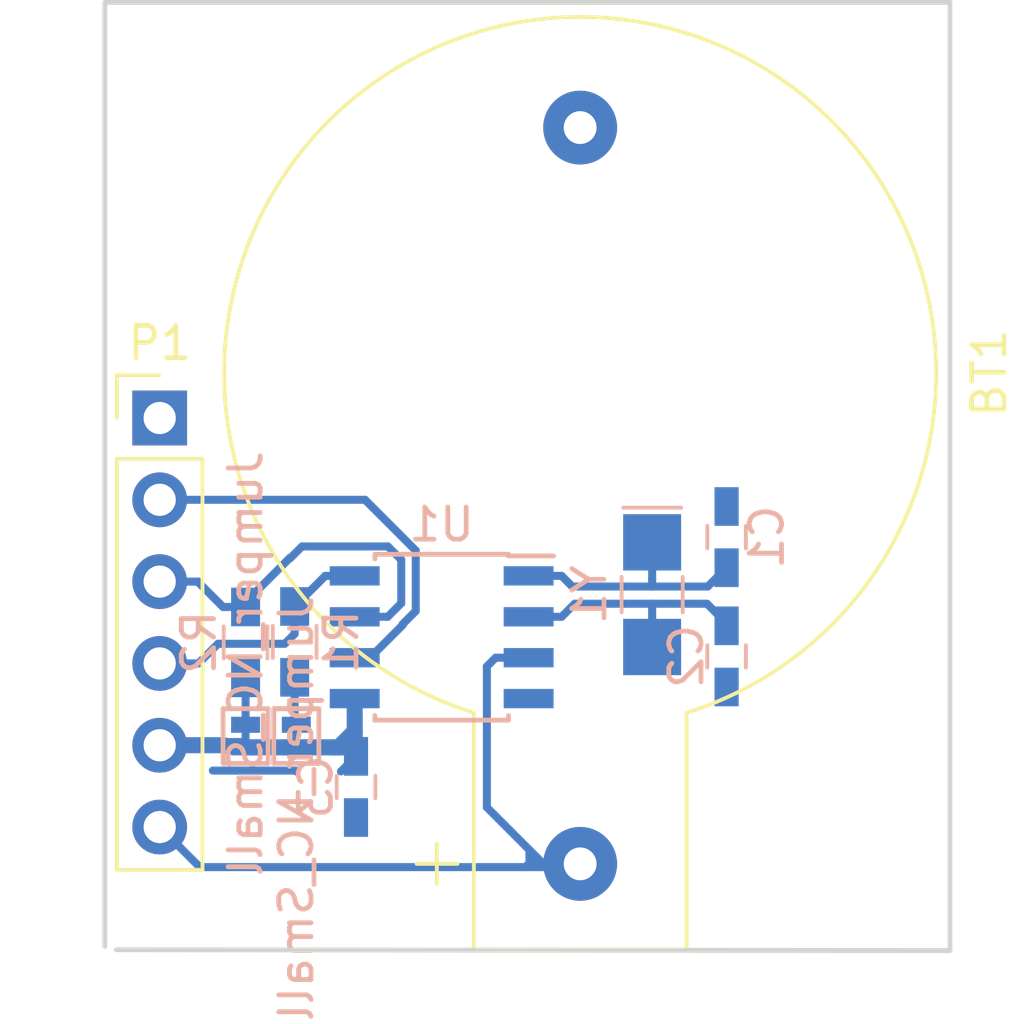
<source format=kicad_pcb>
(kicad_pcb (version 4) (host pcbnew 4.0.4-stable)

  (general
    (links 24)
    (no_connects 8)
    (area 0 0 0 0)
    (thickness 1.6)
    (drawings 4)
    (tracks 83)
    (zones 0)
    (modules 11)
    (nets 9)
  )

  (page A4)
  (layers
    (0 F.Cu signal)
    (31 B.Cu signal)
    (32 B.Adhes user)
    (33 F.Adhes user)
    (34 B.Paste user)
    (35 F.Paste user)
    (36 B.SilkS user)
    (37 F.SilkS user)
    (38 B.Mask user)
    (39 F.Mask user)
    (40 Dwgs.User user)
    (41 Cmts.User user)
    (42 Eco1.User user)
    (43 Eco2.User user)
    (44 Edge.Cuts user)
    (45 Margin user)
    (46 B.CrtYd user)
    (47 F.CrtYd user)
    (48 B.Fab user)
    (49 F.Fab user)
  )

  (setup
    (last_trace_width 0.25)
    (user_trace_width 0.5)
    (trace_clearance 0.2)
    (zone_clearance 0.508)
    (zone_45_only no)
    (trace_min 0.2)
    (segment_width 0.2)
    (edge_width 0.15)
    (via_size 0.6)
    (via_drill 0.4)
    (via_min_size 0.4)
    (via_min_drill 0.3)
    (uvia_size 0.3)
    (uvia_drill 0.1)
    (uvias_allowed no)
    (uvia_min_size 0.2)
    (uvia_min_drill 0.1)
    (pcb_text_width 0.3)
    (pcb_text_size 1.5 1.5)
    (mod_edge_width 0.15)
    (mod_text_size 1 1)
    (mod_text_width 0.15)
    (pad_size 1.524 1.524)
    (pad_drill 0.762)
    (pad_to_mask_clearance 0.2)
    (aux_axis_origin 0 0)
    (visible_elements 7FFFFFFF)
    (pcbplotparams
      (layerselection 0x00030_80000001)
      (usegerberextensions false)
      (excludeedgelayer true)
      (linewidth 0.200000)
      (plotframeref false)
      (viasonmask false)
      (mode 1)
      (useauxorigin false)
      (hpglpennumber 1)
      (hpglpenspeed 20)
      (hpglpendiameter 15)
      (hpglpenoverlay 2)
      (psnegative false)
      (psa4output false)
      (plotreference true)
      (plotvalue true)
      (plotinvisibletext false)
      (padsonsilk false)
      (subtractmaskfromsilk false)
      (outputformat 1)
      (mirror false)
      (drillshape 1)
      (scaleselection 1)
      (outputdirectory ""))
  )

  (net 0 "")
  (net 1 GND)
  (net 2 VBAT)
  (net 3 "Net-(C1-Pad1)")
  (net 4 "Net-(C2-Pad1)")
  (net 5 VCC)
  (net 6 SDA)
  (net 7 SCL)
  (net 8 IRQ)

  (net_class Default "This is the default net class."
    (clearance 0.2)
    (trace_width 0.25)
    (via_dia 0.6)
    (via_drill 0.4)
    (uvia_dia 0.3)
    (uvia_drill 0.1)
    (add_net GND)
    (add_net IRQ)
    (add_net "Net-(C1-Pad1)")
    (add_net "Net-(C2-Pad1)")
    (add_net SCL)
    (add_net SDA)
    (add_net VBAT)
    (add_net VCC)
  )

  (module Connect:CR2032H (layer F.Cu) (tedit 587FDB2C) (tstamp 58FAE738)
    (at 162.3314 118.872 270)
    (path /58FAE4B5)
    (fp_text reference BT1 (at -15.24 -12.7 270) (layer F.SilkS)
      (effects (font (size 1 1) (thickness 0.15)))
    )
    (fp_text value Battery (at -15.24 12.7 270) (layer F.Fab)
      (effects (font (size 1 1) (thickness 0.15)))
    )
    (fp_line (start -4.49 -3.8) (end 3.06 -3.8) (layer F.CrtYd) (width 0.05))
    (fp_line (start 3.06 -3.8) (end 3.06 3.65) (layer F.CrtYd) (width 0.05))
    (fp_line (start 3.06 3.65) (end -4.44 3.65) (layer F.CrtYd) (width 0.05))
    (fp_line (start -4.69 -3.3) (end 2.66 -3.3) (layer F.SilkS) (width 0.12))
    (fp_line (start 2.66 -3.3) (end 2.66 3.3) (layer F.SilkS) (width 0.12))
    (fp_line (start 2.66 3.3) (end -4.69 3.3) (layer F.SilkS) (width 0.12))
    (fp_line (start 0 3.81) (end 0 5.08) (layer F.SilkS) (width 0.12))
    (fp_line (start -0.63 4.45) (end 0.63 4.45) (layer F.SilkS) (width 0.12))
    (fp_line (start -4.45 -2.54) (end 1.9 -2.54) (layer F.Fab) (width 0.1))
    (fp_line (start 1.9 -2.54) (end 1.9 2.54) (layer F.Fab) (width 0.1))
    (fp_line (start 1.9 2.54) (end -4.45 2.54) (layer F.Fab) (width 0.1))
    (fp_line (start 1.9 -3.17) (end 2.54 -3.17) (layer F.Fab) (width 0.1))
    (fp_line (start 2.54 -3.17) (end 2.54 3.17) (layer F.Fab) (width 0.1))
    (fp_line (start 2.54 3.17) (end 1.9 3.17) (layer F.Fab) (width 0.1))
    (fp_line (start 0.63 -3.17) (end 1.9 -3.17) (layer F.Fab) (width 0.1))
    (fp_line (start 1.9 3.17) (end -4.45 3.17) (layer F.Fab) (width 0.1))
    (fp_line (start -4.45 -3.17) (end 0.63 -3.17) (layer F.Fab) (width 0.1))
    (fp_circle (center -15.24 0) (end -16.51 -8.89) (layer F.Fab) (width 0.1))
    (fp_circle (center -15.24 0) (end -8.89 8.89) (layer F.Fab) (width 0.1))
    (fp_arc (start -15.24 0) (end -4.44 3.65) (angle 322) (layer F.CrtYd) (width 0.05))
    (fp_arc (start -15.24 0) (end -4.69 3.3) (angle 325) (layer F.SilkS) (width 0.12))
    (pad 2 thru_hole circle (at -22.86 0 270) (size 2.29 2.29) (drill 1.02) (layers *.Cu *.Mask)
      (net 1 GND))
    (pad 1 thru_hole circle (at 0 0 270) (size 2.29 2.29) (drill 1.02) (layers *.Cu *.Mask)
      (net 2 VBAT))
  )

  (module Capacitors_SMD:C_0603_HandSoldering (layer B.Cu) (tedit 58AA848B) (tstamp 58FAE73E)
    (at 166.878 108.7272 90)
    (descr "Capacitor SMD 0603, hand soldering")
    (tags "capacitor 0603")
    (path /58FAE7D1)
    (attr smd)
    (fp_text reference C1 (at 0 1.25 90) (layer B.SilkS)
      (effects (font (size 1 1) (thickness 0.15)) (justify mirror))
    )
    (fp_text value xpF (at 0 -1.5 90) (layer B.Fab)
      (effects (font (size 1 1) (thickness 0.15)) (justify mirror))
    )
    (fp_text user %R (at 0 1.25 90) (layer B.Fab)
      (effects (font (size 1 1) (thickness 0.15)) (justify mirror))
    )
    (fp_line (start -0.8 -0.4) (end -0.8 0.4) (layer B.Fab) (width 0.1))
    (fp_line (start 0.8 -0.4) (end -0.8 -0.4) (layer B.Fab) (width 0.1))
    (fp_line (start 0.8 0.4) (end 0.8 -0.4) (layer B.Fab) (width 0.1))
    (fp_line (start -0.8 0.4) (end 0.8 0.4) (layer B.Fab) (width 0.1))
    (fp_line (start -0.35 0.6) (end 0.35 0.6) (layer B.SilkS) (width 0.12))
    (fp_line (start 0.35 -0.6) (end -0.35 -0.6) (layer B.SilkS) (width 0.12))
    (fp_line (start -1.8 0.65) (end 1.8 0.65) (layer B.CrtYd) (width 0.05))
    (fp_line (start -1.8 0.65) (end -1.8 -0.65) (layer B.CrtYd) (width 0.05))
    (fp_line (start 1.8 -0.65) (end 1.8 0.65) (layer B.CrtYd) (width 0.05))
    (fp_line (start 1.8 -0.65) (end -1.8 -0.65) (layer B.CrtYd) (width 0.05))
    (pad 1 smd rect (at -0.95 0 90) (size 1.2 0.75) (layers B.Cu B.Paste B.Mask)
      (net 3 "Net-(C1-Pad1)"))
    (pad 2 smd rect (at 0.95 0 90) (size 1.2 0.75) (layers B.Cu B.Paste B.Mask)
      (net 1 GND))
    (model Capacitors_SMD.3dshapes/C_0603.wrl
      (at (xyz 0 0 0))
      (scale (xyz 1 1 1))
      (rotate (xyz 0 0 0))
    )
  )

  (module Capacitors_SMD:C_0603_HandSoldering (layer B.Cu) (tedit 58AA848B) (tstamp 58FAE744)
    (at 166.878 112.4306 270)
    (descr "Capacitor SMD 0603, hand soldering")
    (tags "capacitor 0603")
    (path /58FAE614)
    (attr smd)
    (fp_text reference C2 (at 0 1.25 270) (layer B.SilkS)
      (effects (font (size 1 1) (thickness 0.15)) (justify mirror))
    )
    (fp_text value xpF (at 0 -1.5 270) (layer B.Fab)
      (effects (font (size 1 1) (thickness 0.15)) (justify mirror))
    )
    (fp_text user %R (at 0 1.25 270) (layer B.Fab)
      (effects (font (size 1 1) (thickness 0.15)) (justify mirror))
    )
    (fp_line (start -0.8 -0.4) (end -0.8 0.4) (layer B.Fab) (width 0.1))
    (fp_line (start 0.8 -0.4) (end -0.8 -0.4) (layer B.Fab) (width 0.1))
    (fp_line (start 0.8 0.4) (end 0.8 -0.4) (layer B.Fab) (width 0.1))
    (fp_line (start -0.8 0.4) (end 0.8 0.4) (layer B.Fab) (width 0.1))
    (fp_line (start -0.35 0.6) (end 0.35 0.6) (layer B.SilkS) (width 0.12))
    (fp_line (start 0.35 -0.6) (end -0.35 -0.6) (layer B.SilkS) (width 0.12))
    (fp_line (start -1.8 0.65) (end 1.8 0.65) (layer B.CrtYd) (width 0.05))
    (fp_line (start -1.8 0.65) (end -1.8 -0.65) (layer B.CrtYd) (width 0.05))
    (fp_line (start 1.8 -0.65) (end 1.8 0.65) (layer B.CrtYd) (width 0.05))
    (fp_line (start 1.8 -0.65) (end -1.8 -0.65) (layer B.CrtYd) (width 0.05))
    (pad 1 smd rect (at -0.95 0 270) (size 1.2 0.75) (layers B.Cu B.Paste B.Mask)
      (net 4 "Net-(C2-Pad1)"))
    (pad 2 smd rect (at 0.95 0 270) (size 1.2 0.75) (layers B.Cu B.Paste B.Mask)
      (net 1 GND))
    (model Capacitors_SMD.3dshapes/C_0603.wrl
      (at (xyz 0 0 0))
      (scale (xyz 1 1 1))
      (rotate (xyz 0 0 0))
    )
  )

  (module Capacitors_SMD:C_0603_HandSoldering (layer B.Cu) (tedit 58AA848B) (tstamp 58FAE74A)
    (at 155.3718 116.4844 270)
    (descr "Capacitor SMD 0603, hand soldering")
    (tags "capacitor 0603")
    (path /58FAE527)
    (attr smd)
    (fp_text reference C3 (at 0 1.25 270) (layer B.SilkS)
      (effects (font (size 1 1) (thickness 0.15)) (justify mirror))
    )
    (fp_text value 100nF (at 0 -1.5 270) (layer B.Fab)
      (effects (font (size 1 1) (thickness 0.15)) (justify mirror))
    )
    (fp_text user %R (at 0 1.25 270) (layer B.Fab)
      (effects (font (size 1 1) (thickness 0.15)) (justify mirror))
    )
    (fp_line (start -0.8 -0.4) (end -0.8 0.4) (layer B.Fab) (width 0.1))
    (fp_line (start 0.8 -0.4) (end -0.8 -0.4) (layer B.Fab) (width 0.1))
    (fp_line (start 0.8 0.4) (end 0.8 -0.4) (layer B.Fab) (width 0.1))
    (fp_line (start -0.8 0.4) (end 0.8 0.4) (layer B.Fab) (width 0.1))
    (fp_line (start -0.35 0.6) (end 0.35 0.6) (layer B.SilkS) (width 0.12))
    (fp_line (start 0.35 -0.6) (end -0.35 -0.6) (layer B.SilkS) (width 0.12))
    (fp_line (start -1.8 0.65) (end 1.8 0.65) (layer B.CrtYd) (width 0.05))
    (fp_line (start -1.8 0.65) (end -1.8 -0.65) (layer B.CrtYd) (width 0.05))
    (fp_line (start 1.8 -0.65) (end 1.8 0.65) (layer B.CrtYd) (width 0.05))
    (fp_line (start 1.8 -0.65) (end -1.8 -0.65) (layer B.CrtYd) (width 0.05))
    (pad 1 smd rect (at -0.95 0 270) (size 1.2 0.75) (layers B.Cu B.Paste B.Mask)
      (net 5 VCC))
    (pad 2 smd rect (at 0.95 0 270) (size 1.2 0.75) (layers B.Cu B.Paste B.Mask)
      (net 1 GND))
    (model Capacitors_SMD.3dshapes/C_0603.wrl
      (at (xyz 0 0 0))
      (scale (xyz 1 1 1))
      (rotate (xyz 0 0 0))
    )
  )

  (module footprints:GS2_SMALL (layer B.Cu) (tedit 58C916A5) (tstamp 58FAE750)
    (at 153.5176 114.554)
    (descr "3-pin solder bridge")
    (tags "solder bridge")
    (path /58FAE46D)
    (attr smd)
    (fp_text reference JP1 (at -1.8 0.3 90) (layer B.SilkS) hide
      (effects (font (size 1 1) (thickness 0.15)) (justify mirror))
    )
    (fp_text value Jumper_NC_Small (at 0 2.6 90) (layer B.SilkS)
      (effects (font (size 1 1) (thickness 0.15)) (justify mirror))
    )
    (fp_line (start -1 1.5) (end -1 -0.8) (layer B.CrtYd) (width 0.15))
    (fp_line (start 1 -0.8) (end 1 1.5) (layer B.CrtYd) (width 0.15))
    (fp_line (start 1 -0.8) (end -1 -0.8) (layer B.CrtYd) (width 0.15))
    (fp_line (start 0.7 -0.5) (end 0.7 1.2) (layer B.SilkS) (width 0.15))
    (fp_line (start -0.7 -0.5) (end 0.7 -0.5) (layer B.SilkS) (width 0.15))
    (fp_line (start -0.7 1.2) (end -0.7 -0.5) (layer B.SilkS) (width 0.15))
    (fp_line (start -0.7 -0.5) (end 0.7 -0.5) (layer B.SilkS) (width 0.15))
    (fp_line (start -1 1.5) (end 1 1.5) (layer B.CrtYd) (width 0.15))
    (fp_line (start -0.7 1.2) (end 0.7 1.2) (layer B.SilkS) (width 0.15))
    (pad 1 smd rect (at 0 0.7) (size 0.9 0.5) (layers B.Cu B.Paste B.Mask)
      (net 5 VCC))
    (pad 2 smd rect (at 0 0) (size 0.9 0.5) (layers B.Cu B.Paste B.Mask)
      (net 5 VCC))
  )

  (module footprints:GS2_SMALL (layer B.Cu) (tedit 58C916A5) (tstamp 58FAE756)
    (at 151.9428 115.254 180)
    (descr "3-pin solder bridge")
    (tags "solder bridge")
    (path /58FAE2E9)
    (attr smd)
    (fp_text reference JP2 (at -1.8 0.3 270) (layer B.SilkS) hide
      (effects (font (size 1 1) (thickness 0.15)) (justify mirror))
    )
    (fp_text value Jumper_NC_Small (at 0 2.6 270) (layer B.SilkS)
      (effects (font (size 1 1) (thickness 0.15)) (justify mirror))
    )
    (fp_line (start -1 1.5) (end -1 -0.8) (layer B.CrtYd) (width 0.15))
    (fp_line (start 1 -0.8) (end 1 1.5) (layer B.CrtYd) (width 0.15))
    (fp_line (start 1 -0.8) (end -1 -0.8) (layer B.CrtYd) (width 0.15))
    (fp_line (start 0.7 -0.5) (end 0.7 1.2) (layer B.SilkS) (width 0.15))
    (fp_line (start -0.7 -0.5) (end 0.7 -0.5) (layer B.SilkS) (width 0.15))
    (fp_line (start -0.7 1.2) (end -0.7 -0.5) (layer B.SilkS) (width 0.15))
    (fp_line (start -0.7 -0.5) (end 0.7 -0.5) (layer B.SilkS) (width 0.15))
    (fp_line (start -1 1.5) (end 1 1.5) (layer B.CrtYd) (width 0.15))
    (fp_line (start -0.7 1.2) (end 0.7 1.2) (layer B.SilkS) (width 0.15))
    (pad 1 smd rect (at 0 0.7 180) (size 0.9 0.5) (layers B.Cu B.Paste B.Mask)
      (net 5 VCC))
    (pad 2 smd rect (at 0 0 180) (size 0.9 0.5) (layers B.Cu B.Paste B.Mask)
      (net 5 VCC))
  )

  (module Pin_Headers:Pin_Header_Straight_1x06_Pitch2.54mm (layer F.Cu) (tedit 58CD4EC1) (tstamp 58FAE760)
    (at 149.2758 105.029)
    (descr "Through hole straight pin header, 1x06, 2.54mm pitch, single row")
    (tags "Through hole pin header THT 1x06 2.54mm single row")
    (path /58FAECCE)
    (fp_text reference P1 (at 0 -2.33) (layer F.SilkS)
      (effects (font (size 1 1) (thickness 0.15)))
    )
    (fp_text value CONN_01X06 (at 0 15.03) (layer F.Fab)
      (effects (font (size 1 1) (thickness 0.15)))
    )
    (fp_line (start -1.27 -1.27) (end -1.27 13.97) (layer F.Fab) (width 0.1))
    (fp_line (start -1.27 13.97) (end 1.27 13.97) (layer F.Fab) (width 0.1))
    (fp_line (start 1.27 13.97) (end 1.27 -1.27) (layer F.Fab) (width 0.1))
    (fp_line (start 1.27 -1.27) (end -1.27 -1.27) (layer F.Fab) (width 0.1))
    (fp_line (start -1.33 1.27) (end -1.33 14.03) (layer F.SilkS) (width 0.12))
    (fp_line (start -1.33 14.03) (end 1.33 14.03) (layer F.SilkS) (width 0.12))
    (fp_line (start 1.33 14.03) (end 1.33 1.27) (layer F.SilkS) (width 0.12))
    (fp_line (start 1.33 1.27) (end -1.33 1.27) (layer F.SilkS) (width 0.12))
    (fp_line (start -1.33 0) (end -1.33 -1.33) (layer F.SilkS) (width 0.12))
    (fp_line (start -1.33 -1.33) (end 0 -1.33) (layer F.SilkS) (width 0.12))
    (fp_line (start -1.8 -1.8) (end -1.8 14.5) (layer F.CrtYd) (width 0.05))
    (fp_line (start -1.8 14.5) (end 1.8 14.5) (layer F.CrtYd) (width 0.05))
    (fp_line (start 1.8 14.5) (end 1.8 -1.8) (layer F.CrtYd) (width 0.05))
    (fp_line (start 1.8 -1.8) (end -1.8 -1.8) (layer F.CrtYd) (width 0.05))
    (fp_text user %R (at 0 -2.33) (layer F.Fab)
      (effects (font (size 1 1) (thickness 0.15)))
    )
    (pad 1 thru_hole rect (at 0 0) (size 1.7 1.7) (drill 1) (layers *.Cu *.Mask)
      (net 1 GND))
    (pad 2 thru_hole oval (at 0 2.54) (size 1.7 1.7) (drill 1) (layers *.Cu *.Mask)
      (net 8 IRQ))
    (pad 3 thru_hole oval (at 0 5.08) (size 1.7 1.7) (drill 1) (layers *.Cu *.Mask)
      (net 7 SCL))
    (pad 4 thru_hole oval (at 0 7.62) (size 1.7 1.7) (drill 1) (layers *.Cu *.Mask)
      (net 6 SDA))
    (pad 5 thru_hole oval (at 0 10.16) (size 1.7 1.7) (drill 1) (layers *.Cu *.Mask)
      (net 5 VCC))
    (pad 6 thru_hole oval (at 0 12.7) (size 1.7 1.7) (drill 1) (layers *.Cu *.Mask)
      (net 2 VBAT))
    (model ${KISYS3DMOD}/Pin_Headers.3dshapes/Pin_Header_Straight_1x06_Pitch2.54mm.wrl
      (at (xyz 0 -0.25 0))
      (scale (xyz 1 1 1))
      (rotate (xyz 0 0 90))
    )
  )

  (module Resistors_SMD:R_0603_HandSoldering (layer B.Cu) (tedit 58E0A804) (tstamp 58FAE766)
    (at 153.4668 111.9808 90)
    (descr "Resistor SMD 0603, hand soldering")
    (tags "resistor 0603")
    (path /58FAE372)
    (attr smd)
    (fp_text reference R1 (at 0 1.45 90) (layer B.SilkS)
      (effects (font (size 1 1) (thickness 0.15)) (justify mirror))
    )
    (fp_text value 4K7 (at 0 -1.55 90) (layer B.Fab)
      (effects (font (size 1 1) (thickness 0.15)) (justify mirror))
    )
    (fp_text user %R (at 0 0 90) (layer B.Fab)
      (effects (font (size 0.5 0.5) (thickness 0.075)) (justify mirror))
    )
    (fp_line (start -0.8 -0.4) (end -0.8 0.4) (layer B.Fab) (width 0.1))
    (fp_line (start 0.8 -0.4) (end -0.8 -0.4) (layer B.Fab) (width 0.1))
    (fp_line (start 0.8 0.4) (end 0.8 -0.4) (layer B.Fab) (width 0.1))
    (fp_line (start -0.8 0.4) (end 0.8 0.4) (layer B.Fab) (width 0.1))
    (fp_line (start 0.5 -0.68) (end -0.5 -0.68) (layer B.SilkS) (width 0.12))
    (fp_line (start -0.5 0.68) (end 0.5 0.68) (layer B.SilkS) (width 0.12))
    (fp_line (start -1.96 0.7) (end 1.95 0.7) (layer B.CrtYd) (width 0.05))
    (fp_line (start -1.96 0.7) (end -1.96 -0.7) (layer B.CrtYd) (width 0.05))
    (fp_line (start 1.95 -0.7) (end 1.95 0.7) (layer B.CrtYd) (width 0.05))
    (fp_line (start 1.95 -0.7) (end -1.96 -0.7) (layer B.CrtYd) (width 0.05))
    (pad 1 smd rect (at -1.1 0 90) (size 1.2 0.9) (layers B.Cu B.Paste B.Mask)
      (net 5 VCC))
    (pad 2 smd rect (at 1.1 0 90) (size 1.2 0.9) (layers B.Cu B.Paste B.Mask)
      (net 6 SDA))
    (model ${KISYS3DMOD}/Resistors_SMD.3dshapes/R_0603.wrl
      (at (xyz 0 0 0))
      (scale (xyz 1 1 1))
      (rotate (xyz 0 0 0))
    )
  )

  (module Resistors_SMD:R_0603_HandSoldering (layer B.Cu) (tedit 58E0A804) (tstamp 58FAE76C)
    (at 151.9428 111.9964 270)
    (descr "Resistor SMD 0603, hand soldering")
    (tags "resistor 0603")
    (path /58FAE3CA)
    (attr smd)
    (fp_text reference R2 (at 0 1.45 270) (layer B.SilkS)
      (effects (font (size 1 1) (thickness 0.15)) (justify mirror))
    )
    (fp_text value 4K7 (at 0 -1.55 270) (layer B.Fab)
      (effects (font (size 1 1) (thickness 0.15)) (justify mirror))
    )
    (fp_text user %R (at 0 0 270) (layer B.Fab)
      (effects (font (size 0.5 0.5) (thickness 0.075)) (justify mirror))
    )
    (fp_line (start -0.8 -0.4) (end -0.8 0.4) (layer B.Fab) (width 0.1))
    (fp_line (start 0.8 -0.4) (end -0.8 -0.4) (layer B.Fab) (width 0.1))
    (fp_line (start 0.8 0.4) (end 0.8 -0.4) (layer B.Fab) (width 0.1))
    (fp_line (start -0.8 0.4) (end 0.8 0.4) (layer B.Fab) (width 0.1))
    (fp_line (start 0.5 -0.68) (end -0.5 -0.68) (layer B.SilkS) (width 0.12))
    (fp_line (start -0.5 0.68) (end 0.5 0.68) (layer B.SilkS) (width 0.12))
    (fp_line (start -1.96 0.7) (end 1.95 0.7) (layer B.CrtYd) (width 0.05))
    (fp_line (start -1.96 0.7) (end -1.96 -0.7) (layer B.CrtYd) (width 0.05))
    (fp_line (start 1.95 -0.7) (end 1.95 0.7) (layer B.CrtYd) (width 0.05))
    (fp_line (start 1.95 -0.7) (end -1.96 -0.7) (layer B.CrtYd) (width 0.05))
    (pad 1 smd rect (at -1.1 0 270) (size 1.2 0.9) (layers B.Cu B.Paste B.Mask)
      (net 7 SCL))
    (pad 2 smd rect (at 1.1 0 270) (size 1.2 0.9) (layers B.Cu B.Paste B.Mask)
      (net 5 VCC))
    (model ${KISYS3DMOD}/Resistors_SMD.3dshapes/R_0603.wrl
      (at (xyz 0 0 0))
      (scale (xyz 1 1 1))
      (rotate (xyz 0 0 0))
    )
  )

  (module Housings_SOIC:SOIC-8_3.9x4.9mm_Pitch1.27mm (layer B.Cu) (tedit 58CD0CDA) (tstamp 58FAE778)
    (at 158.0312 111.8362 180)
    (descr "8-Lead Plastic Small Outline (SN) - Narrow, 3.90 mm Body [SOIC] (see Microchip Packaging Specification 00000049BS.pdf)")
    (tags "SOIC 1.27")
    (path /58FADFD0)
    (attr smd)
    (fp_text reference U1 (at 0 3.5 180) (layer B.SilkS)
      (effects (font (size 1 1) (thickness 0.15)) (justify mirror))
    )
    (fp_text value RTC (at 0 -3.5 180) (layer B.Fab)
      (effects (font (size 1 1) (thickness 0.15)) (justify mirror))
    )
    (fp_text user %R (at 0 0 180) (layer B.Fab)
      (effects (font (size 1 1) (thickness 0.15)) (justify mirror))
    )
    (fp_line (start -0.95 2.45) (end 1.95 2.45) (layer B.Fab) (width 0.1))
    (fp_line (start 1.95 2.45) (end 1.95 -2.45) (layer B.Fab) (width 0.1))
    (fp_line (start 1.95 -2.45) (end -1.95 -2.45) (layer B.Fab) (width 0.1))
    (fp_line (start -1.95 -2.45) (end -1.95 1.45) (layer B.Fab) (width 0.1))
    (fp_line (start -1.95 1.45) (end -0.95 2.45) (layer B.Fab) (width 0.1))
    (fp_line (start -3.73 2.7) (end -3.73 -2.7) (layer B.CrtYd) (width 0.05))
    (fp_line (start 3.73 2.7) (end 3.73 -2.7) (layer B.CrtYd) (width 0.05))
    (fp_line (start -3.73 2.7) (end 3.73 2.7) (layer B.CrtYd) (width 0.05))
    (fp_line (start -3.73 -2.7) (end 3.73 -2.7) (layer B.CrtYd) (width 0.05))
    (fp_line (start -2.075 2.575) (end -2.075 2.525) (layer B.SilkS) (width 0.15))
    (fp_line (start 2.075 2.575) (end 2.075 2.43) (layer B.SilkS) (width 0.15))
    (fp_line (start 2.075 -2.575) (end 2.075 -2.43) (layer B.SilkS) (width 0.15))
    (fp_line (start -2.075 -2.575) (end -2.075 -2.43) (layer B.SilkS) (width 0.15))
    (fp_line (start -2.075 2.575) (end 2.075 2.575) (layer B.SilkS) (width 0.15))
    (fp_line (start -2.075 -2.575) (end 2.075 -2.575) (layer B.SilkS) (width 0.15))
    (fp_line (start -2.075 2.525) (end -3.475 2.525) (layer B.SilkS) (width 0.15))
    (pad 1 smd rect (at -2.7 1.905 180) (size 1.55 0.6) (layers B.Cu B.Paste B.Mask)
      (net 3 "Net-(C1-Pad1)"))
    (pad 2 smd rect (at -2.7 0.635 180) (size 1.55 0.6) (layers B.Cu B.Paste B.Mask)
      (net 4 "Net-(C2-Pad1)"))
    (pad 3 smd rect (at -2.7 -0.635 180) (size 1.55 0.6) (layers B.Cu B.Paste B.Mask)
      (net 2 VBAT))
    (pad 4 smd rect (at -2.7 -1.905 180) (size 1.55 0.6) (layers B.Cu B.Paste B.Mask)
      (net 1 GND))
    (pad 5 smd rect (at 2.7 -1.905 180) (size 1.55 0.6) (layers B.Cu B.Paste B.Mask)
      (net 5 VCC))
    (pad 6 smd rect (at 2.7 -0.635 180) (size 1.55 0.6) (layers B.Cu B.Paste B.Mask)
      (net 8 IRQ))
    (pad 7 smd rect (at 2.7 0.635 180) (size 1.55 0.6) (layers B.Cu B.Paste B.Mask)
      (net 7 SCL))
    (pad 8 smd rect (at 2.7 1.905 180) (size 1.55 0.6) (layers B.Cu B.Paste B.Mask)
      (net 6 SDA))
    (model Housings_SOIC.3dshapes/SOIC-8_3.9x4.9mm_Pitch1.27mm.wrl
      (at (xyz 0 0 0))
      (scale (xyz 1 1 1))
      (rotate (xyz 0 0 0))
    )
  )

  (module Crystals:Crystal_SMD_G8-2pin_3.2x1.5mm_HandSoldering (layer B.Cu) (tedit 58CD2E9D) (tstamp 58FAE77E)
    (at 164.5666 110.5148 270)
    (descr "SMD Crystal G8, hand-soldering, 3.2x1.5mm^2 package")
    (tags "SMD SMT crystal hand-soldering")
    (path /58FAE055)
    (attr smd)
    (fp_text reference Y1 (at 0 1.95 270) (layer B.SilkS)
      (effects (font (size 1 1) (thickness 0.15)) (justify mirror))
    )
    (fp_text value 32.768KHz (at 0 -1.95 270) (layer B.Fab)
      (effects (font (size 1 1) (thickness 0.15)) (justify mirror))
    )
    (fp_text user %R (at 0 0 270) (layer B.Fab)
      (effects (font (size 0.7 0.7) (thickness 0.105)) (justify mirror))
    )
    (fp_line (start -1.6 0.75) (end -1.6 -0.75) (layer B.Fab) (width 0.1))
    (fp_line (start -1.6 -0.75) (end 1.6 -0.75) (layer B.Fab) (width 0.1))
    (fp_line (start 1.6 -0.75) (end 1.6 0.75) (layer B.Fab) (width 0.1))
    (fp_line (start 1.6 0.75) (end -1.6 0.75) (layer B.Fab) (width 0.1))
    (fp_line (start -1.6 -0.25) (end -1.1 -0.75) (layer B.Fab) (width 0.1))
    (fp_line (start -0.55 0.95) (end 0.55 0.95) (layer B.SilkS) (width 0.12))
    (fp_line (start -0.55 -0.95) (end 0.55 -0.95) (layer B.SilkS) (width 0.12))
    (fp_line (start -2.7 0.9) (end -2.7 -0.9) (layer B.SilkS) (width 0.12))
    (fp_line (start -2.8 1.2) (end -2.8 -1.2) (layer B.CrtYd) (width 0.05))
    (fp_line (start -2.8 -1.2) (end 2.8 -1.2) (layer B.CrtYd) (width 0.05))
    (fp_line (start 2.8 -1.2) (end 2.8 1.2) (layer B.CrtYd) (width 0.05))
    (fp_line (start 2.8 1.2) (end -2.8 1.2) (layer B.CrtYd) (width 0.05))
    (fp_circle (center 0 0) (end 0.25 0) (layer B.Adhes) (width 0.1))
    (fp_circle (center 0 0) (end 0.208333 0) (layer B.Adhes) (width 0.083333))
    (fp_circle (center 0 0) (end 0.133333 0) (layer B.Adhes) (width 0.083333))
    (fp_circle (center 0 0) (end 0.058333 0) (layer B.Adhes) (width 0.116667))
    (pad 1 smd rect (at -1.625 0 270) (size 1.75 1.8) (layers B.Cu B.Paste B.Mask)
      (net 3 "Net-(C1-Pad1)"))
    (pad 2 smd rect (at 1.625 0 270) (size 1.75 1.8) (layers B.Cu B.Paste B.Mask)
      (net 4 "Net-(C2-Pad1)"))
    (model ${KISYS3DMOD}/Crystals.3dshapes/Crystal_SMD_G8-2pin_3.2x1.5mm_HandSoldering.wrl
      (at (xyz 0 0 0))
      (scale (xyz 1 1 1))
      (rotate (xyz 0 0 0))
    )
  )

  (gr_line (start 147.574 92.1258) (end 147.574 121.4374) (layer Edge.Cuts) (width 0.15))
  (gr_line (start 173.8122 92.1258) (end 147.574 92.1258) (layer Edge.Cuts) (width 0.15))
  (gr_line (start 173.8122 121.5644) (end 173.8122 92.1258) (layer Edge.Cuts) (width 0.15))
  (gr_line (start 147.9296 121.539) (end 173.8122 121.5644) (layer Edge.Cuts) (width 0.15))

  (segment (start 151.6634 115.9764) (end 153.4922 115.9764) (width 0.25) (layer B.Cu) (net 0))
  (segment (start 153.4922 115.9764) (end 153.5176 116.0018) (width 0.25) (layer B.Cu) (net 0))
  (segment (start 150.9268 115.9764) (end 151.6634 115.9764) (width 0.25) (layer B.Cu) (net 0))
  (segment (start 160.8074 118.9736) (end 161.1376 118.9736) (width 0.25) (layer B.Cu) (net 2))
  (segment (start 161.1376 118.9736) (end 161.29 118.9736) (width 0.25) (layer B.Cu) (net 2))
  (segment (start 162.3314 118.872) (end 161.2392 118.872) (width 0.25) (layer B.Cu) (net 2))
  (segment (start 161.2392 118.872) (end 161.1376 118.9736) (width 0.25) (layer B.Cu) (net 2))
  (segment (start 160.7566 118.4402) (end 160.9852 118.6688) (width 0.25) (layer B.Cu) (net 2))
  (segment (start 159.4358 117.1194) (end 160.7566 118.4402) (width 0.25) (layer B.Cu) (net 2))
  (segment (start 150.5204 118.9736) (end 160.6296 118.9736) (width 0.25) (layer B.Cu) (net 2))
  (segment (start 160.6296 118.9736) (end 160.8074 118.9736) (width 0.25) (layer B.Cu) (net 2))
  (segment (start 160.7566 118.4402) (end 160.7566 118.8466) (width 0.25) (layer B.Cu) (net 2))
  (segment (start 160.7566 118.8466) (end 160.6296 118.9736) (width 0.25) (layer B.Cu) (net 2))
  (segment (start 160.9852 118.6688) (end 161.29 118.9736) (width 0.25) (layer B.Cu) (net 2))
  (segment (start 160.9852 118.6688) (end 160.9852 118.7958) (width 0.25) (layer B.Cu) (net 2))
  (segment (start 160.9852 118.7958) (end 160.8074 118.9736) (width 0.25) (layer B.Cu) (net 2))
  (segment (start 159.4358 112.7416) (end 159.4358 117.1194) (width 0.25) (layer B.Cu) (net 2))
  (segment (start 160.7312 112.4712) (end 159.7062 112.4712) (width 0.25) (layer B.Cu) (net 2))
  (segment (start 159.7062 112.4712) (end 159.4358 112.7416) (width 0.25) (layer B.Cu) (net 2))
  (segment (start 149.2758 117.729) (end 150.5204 118.9736) (width 0.25) (layer B.Cu) (net 2))
  (segment (start 162.0864 110.2614) (end 164.5666 110.2614) (width 0.25) (layer B.Cu) (net 3))
  (segment (start 164.5666 110.2614) (end 166.2938 110.2614) (width 0.25) (layer B.Cu) (net 3))
  (segment (start 164.5666 108.8898) (end 164.5666 110.0148) (width 0.25) (layer B.Cu) (net 3))
  (segment (start 164.5666 110.0148) (end 164.5666 110.2614) (width 0.25) (layer B.Cu) (net 3))
  (segment (start 160.7312 109.9312) (end 161.7562 109.9312) (width 0.25) (layer B.Cu) (net 3))
  (segment (start 161.7562 109.9312) (end 162.0864 110.2614) (width 0.25) (layer B.Cu) (net 3))
  (segment (start 166.2938 110.2614) (end 166.878 109.6772) (width 0.25) (layer B.Cu) (net 3))
  (segment (start 166.2684 110.7948) (end 164.5666 110.7948) (width 0.25) (layer B.Cu) (net 4))
  (segment (start 164.5666 111.0148) (end 164.5666 110.7948) (width 0.25) (layer B.Cu) (net 4))
  (segment (start 164.5666 110.7948) (end 162.1626 110.7948) (width 0.25) (layer B.Cu) (net 4))
  (segment (start 164.5666 112.1398) (end 164.5666 111.0148) (width 0.25) (layer B.Cu) (net 4))
  (segment (start 166.878 111.4806) (end 166.878 111.4044) (width 0.25) (layer B.Cu) (net 4))
  (segment (start 166.878 111.4044) (end 166.2684 110.7948) (width 0.25) (layer B.Cu) (net 4))
  (segment (start 162.1626 110.7948) (end 161.7562 111.2012) (width 0.25) (layer B.Cu) (net 4))
  (segment (start 161.7562 111.2012) (end 160.7312 111.2012) (width 0.25) (layer B.Cu) (net 4))
  (segment (start 151.2824 115.2144) (end 151.257 115.189) (width 0.5) (layer B.Cu) (net 5))
  (segment (start 151.257 115.189) (end 149.2758 115.189) (width 0.5) (layer B.Cu) (net 5))
  (segment (start 151.9428 114.554) (end 151.9428 115.254) (width 0.25) (layer B.Cu) (net 5))
  (segment (start 153.5176 114.554) (end 153.5176 115.254) (width 0.25) (layer B.Cu) (net 5))
  (segment (start 153.4668 113.0964) (end 153.4668 114.5032) (width 0.25) (layer B.Cu) (net 5))
  (segment (start 153.4668 114.5032) (end 153.5176 114.554) (width 0.25) (layer B.Cu) (net 5))
  (segment (start 151.9428 114.554) (end 151.9428 113.071) (width 0.25) (layer B.Cu) (net 5))
  (segment (start 154.6352 115.254) (end 155.0914 115.254) (width 0.5) (layer B.Cu) (net 5))
  (segment (start 153.5176 115.254) (end 154.6352 115.254) (width 0.5) (layer B.Cu) (net 5))
  (segment (start 155.3312 114.7572) (end 155.3312 115.4938) (width 0.5) (layer B.Cu) (net 5))
  (segment (start 155.3312 113.7412) (end 155.3312 114.7572) (width 0.5) (layer B.Cu) (net 5))
  (segment (start 154.6352 115.254) (end 154.8344 115.254) (width 0.5) (layer B.Cu) (net 5))
  (segment (start 154.8344 115.254) (end 155.3312 114.7572) (width 0.5) (layer B.Cu) (net 5))
  (segment (start 155.3312 115.4938) (end 155.3718 115.5344) (width 0.5) (layer B.Cu) (net 5))
  (segment (start 155.0914 115.254) (end 155.3718 115.5344) (width 0.5) (layer B.Cu) (net 5))
  (segment (start 151.9428 115.254) (end 153.5176 115.254) (width 0.5) (layer B.Cu) (net 5))
  (segment (start 151.2824 115.2144) (end 151.9032 115.2144) (width 0.5) (layer B.Cu) (net 5))
  (segment (start 151.9032 115.2144) (end 151.9428 115.254) (width 0.5) (layer B.Cu) (net 5))
  (segment (start 154.9044 116.0018) (end 155.3718 115.5344) (width 0.25) (layer B.Cu) (net 5))
  (segment (start 153.4668 110.8808) (end 154.4164 109.9312) (width 0.25) (layer B.Cu) (net 6))
  (segment (start 154.4164 109.9312) (end 155.3312 109.9312) (width 0.25) (layer B.Cu) (net 6))
  (segment (start 149.2758 112.649) (end 150.477881 112.649) (width 0.25) (layer B.Cu) (net 6))
  (segment (start 150.477881 112.649) (end 151.087481 112.0394) (width 0.25) (layer B.Cu) (net 6))
  (segment (start 151.087481 112.0394) (end 153.1582 112.0394) (width 0.25) (layer B.Cu) (net 6))
  (segment (start 153.1582 112.0394) (end 153.4668 111.7308) (width 0.25) (layer B.Cu) (net 6))
  (segment (start 153.4668 111.7308) (end 153.4668 110.8808) (width 0.25) (layer B.Cu) (net 6))
  (segment (start 153.6954 109.0168) (end 156.3624 109.0168) (width 0.25) (layer B.Cu) (net 7))
  (segment (start 153.3144 109.3748) (end 153.3374 109.3748) (width 0.25) (layer B.Cu) (net 7))
  (segment (start 153.3374 109.3748) (end 153.6954 109.0168) (width 0.25) (layer B.Cu) (net 7))
  (segment (start 151.9428 110.8964) (end 151.2428 110.8964) (width 0.25) (layer B.Cu) (net 7))
  (segment (start 151.2428 110.8964) (end 150.477881 110.131481) (width 0.25) (layer B.Cu) (net 7))
  (segment (start 150.477881 110.131481) (end 150.477881 110.109) (width 0.25) (layer B.Cu) (net 7))
  (segment (start 153.3144 109.3748) (end 151.9428 110.7464) (width 0.25) (layer B.Cu) (net 7))
  (segment (start 151.9428 110.7464) (end 151.9428 110.8964) (width 0.25) (layer B.Cu) (net 7))
  (segment (start 149.2758 110.109) (end 150.477881 110.109) (width 0.25) (layer B.Cu) (net 7))
  (segment (start 156.77599 109.43039) (end 156.77599 110.78141) (width 0.25) (layer B.Cu) (net 7))
  (segment (start 156.3624 109.0168) (end 156.77599 109.43039) (width 0.25) (layer B.Cu) (net 7))
  (segment (start 156.77599 110.78141) (end 156.3562 111.2012) (width 0.25) (layer B.Cu) (net 7))
  (segment (start 156.3562 111.2012) (end 155.3312 111.2012) (width 0.25) (layer B.Cu) (net 7))
  (segment (start 155.1612 111.3712) (end 155.3312 111.2012) (width 0.25) (layer B.Cu) (net 7))
  (segment (start 149.2758 107.569) (end 155.6512 107.569) (width 0.25) (layer B.Cu) (net 8))
  (segment (start 155.6512 107.569) (end 157.226 109.1438) (width 0.25) (layer B.Cu) (net 8))
  (segment (start 157.226 109.1438) (end 157.226 111.0234) (width 0.25) (layer B.Cu) (net 8))
  (segment (start 155.8062 112.4712) (end 155.3312 112.4712) (width 0.25) (layer B.Cu) (net 8))
  (segment (start 157.226 111.0234) (end 156.8196 111.4298) (width 0.25) (layer B.Cu) (net 8))
  (segment (start 156.8196 111.4578) (end 155.8062 112.4712) (width 0.25) (layer B.Cu) (net 8))
  (segment (start 156.8196 111.4298) (end 156.8196 111.4578) (width 0.25) (layer B.Cu) (net 8))
  (segment (start 155.4074 112.395) (end 155.3312 112.4712) (width 0.25) (layer B.Cu) (net 8))

)

</source>
